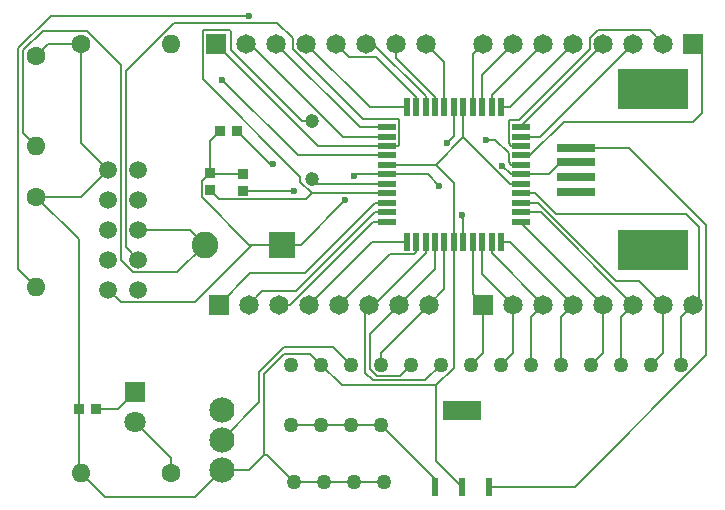
<source format=gbr>
%TF.GenerationSoftware,KiCad,Pcbnew,8.0.4*%
%TF.CreationDate,2024-08-01T20:05:25+05:30*%
%TF.ProjectId,Atmega32,41746d65-6761-4333-922e-6b696361645f,rev?*%
%TF.SameCoordinates,Original*%
%TF.FileFunction,Copper,L1,Top*%
%TF.FilePolarity,Positive*%
%FSLAX46Y46*%
G04 Gerber Fmt 4.6, Leading zero omitted, Abs format (unit mm)*
G04 Created by KiCad (PCBNEW 8.0.4) date 2024-08-01 20:05:25*
%MOMM*%
%LPD*%
G01*
G04 APERTURE LIST*
%TA.AperFunction,EtchedComponent*%
%ADD10C,0.000000*%
%TD*%
%TA.AperFunction,ComponentPad*%
%ADD11C,1.498600*%
%TD*%
%TA.AperFunction,SMDPad,CuDef*%
%ADD12R,0.863600X0.812800*%
%TD*%
%TA.AperFunction,ComponentPad*%
%ADD13R,1.651000X1.651000*%
%TD*%
%TA.AperFunction,ComponentPad*%
%ADD14C,1.651000*%
%TD*%
%TA.AperFunction,ComponentPad*%
%ADD15C,2.133600*%
%TD*%
%TA.AperFunction,ComponentPad*%
%ADD16R,1.800000X1.800000*%
%TD*%
%TA.AperFunction,ComponentPad*%
%ADD17C,1.800000*%
%TD*%
%TA.AperFunction,ComponentPad*%
%ADD18C,1.600000*%
%TD*%
%TA.AperFunction,ComponentPad*%
%ADD19O,1.600000X1.600000*%
%TD*%
%TA.AperFunction,SMDPad,CuDef*%
%ADD20R,0.812800X0.863600*%
%TD*%
%TA.AperFunction,ComponentPad*%
%ADD21R,2.250000X2.250000*%
%TD*%
%TA.AperFunction,ComponentPad*%
%ADD22C,2.250000*%
%TD*%
%TA.AperFunction,ComponentPad*%
%ADD23C,1.270000*%
%TD*%
%TA.AperFunction,SMDPad,CuDef*%
%ADD24R,0.609600X1.549400*%
%TD*%
%TA.AperFunction,SMDPad,CuDef*%
%ADD25R,3.300000X0.800000*%
%TD*%
%TA.AperFunction,SMDPad,CuDef*%
%ADD26R,6.040000X3.400000*%
%TD*%
%TA.AperFunction,ComponentPad*%
%ADD27C,1.193800*%
%TD*%
%TA.AperFunction,SMDPad,CuDef*%
%ADD28R,1.500000X0.550000*%
%TD*%
%TA.AperFunction,SMDPad,CuDef*%
%ADD29R,0.550000X1.500000*%
%TD*%
%TA.AperFunction,ViaPad*%
%ADD30C,0.600000*%
%TD*%
%TA.AperFunction,Conductor*%
%ADD31C,0.200000*%
%TD*%
G04 APERTURE END LIST*
D10*
%TA.AperFunction,EtchedComponent*%
%TO.C,U2*%
G36*
X173075600Y-73240900D02*
G01*
X169824400Y-73240900D01*
X169824400Y-71691500D01*
X173075600Y-71691500D01*
X173075600Y-73240900D01*
G37*
%TD.AperFunction*%
%TD*%
D11*
%TO.P,prog1,1,1*%
%TO.N,/MOSI*%
X144018000Y-52070000D03*
%TO.P,prog1,2,2*%
%TO.N,+5*%
X141478000Y-52070000D03*
%TO.P,prog1,3,3*%
%TO.N,unconnected-(prog1-Pad3)*%
X144018000Y-54610000D03*
%TO.P,prog1,4,4*%
%TO.N,GND*%
X141478000Y-54610000D03*
%TO.P,prog1,5,5*%
%TO.N,/RESET*%
X144018000Y-57150000D03*
%TO.P,prog1,6,6*%
%TO.N,GND*%
X141478000Y-57150000D03*
%TO.P,prog1,7,7*%
%TO.N,/SCK*%
X144018000Y-59690000D03*
%TO.P,prog1,8,8*%
%TO.N,GND*%
X141478000Y-59690000D03*
%TO.P,prog1,9,9*%
%TO.N,/MISO*%
X144018000Y-62230000D03*
%TO.P,prog1,10,10*%
%TO.N,GND*%
X141478000Y-62230000D03*
%TD*%
D12*
%TO.P,C3,1,1*%
%TO.N,GND*%
X150952200Y-48768000D03*
%TO.P,C3,2,2*%
%TO.N,Net-(U1-AREF)*%
X152400000Y-48768000D03*
%TD*%
D13*
%TO.P,PA1,1,1*%
%TO.N,Net-(U1-PA7_(ADC7))*%
X191008000Y-41402000D03*
D14*
%TO.P,PA1,2,2*%
%TO.N,Net-(U1-PA6_(ADC6))*%
X188468000Y-41402000D03*
%TO.P,PA1,3,3*%
%TO.N,Net-(U1-PA5_(ADC5))*%
X185928000Y-41402000D03*
%TO.P,PA1,4,4*%
%TO.N,Net-(U1-PA4_(ADC4))*%
X183388000Y-41402000D03*
%TO.P,PA1,5,5*%
%TO.N,Net-(U1-PA3_(ADC3))*%
X180848000Y-41402000D03*
%TO.P,PA1,6,6*%
%TO.N,Net-(U1-PA2_(ADC2))*%
X178308000Y-41402000D03*
%TO.P,PA1,7,7*%
%TO.N,Net-(U1-PA1_(ADC1))*%
X175768000Y-41402000D03*
%TO.P,PA1,8,8*%
%TO.N,Net-(U1-PA0_(ADC0))*%
X173228000Y-41402000D03*
%TD*%
D15*
%TO.P,R3,1,CCW*%
%TO.N,GND*%
X151130000Y-72390000D03*
%TO.P,R3,2,WIPER*%
%TO.N,Net-(R3-WIPER)*%
X151130000Y-74930000D03*
%TO.P,R3,3,CW*%
%TO.N,+5*%
X151130000Y-77470000D03*
%TD*%
D16*
%TO.P,D1,1,C*%
%TO.N,GND*%
X143764000Y-70866000D03*
D17*
%TO.P,D1,2,A*%
%TO.N,Net-(D1-A)*%
X143764000Y-73406000D03*
%TD*%
D13*
%TO.P,PD1,1,1*%
%TO.N,Net-(U1-PD0_(RXD))*%
X150876000Y-63500000D03*
D14*
%TO.P,PD1,2,2*%
%TO.N,Net-(U1-PD1_(TXD))*%
X153416000Y-63500000D03*
%TO.P,PD1,3,3*%
%TO.N,Net-(U1-PD2_(INT0))*%
X155956000Y-63500000D03*
%TO.P,PD1,4,4*%
%TO.N,Net-(U1-PD3_(INT1))*%
X158496000Y-63500000D03*
%TO.P,PD1,5,5*%
%TO.N,Net-(U1-PD4_(OC1B))*%
X161036000Y-63500000D03*
%TO.P,PD1,6,6*%
%TO.N,/EN*%
X163576000Y-63500000D03*
%TO.P,PD1,7,7*%
%TO.N,/RW*%
X166116000Y-63500000D03*
%TO.P,PD1,8,8*%
%TO.N,/RS*%
X168656000Y-63500000D03*
%TD*%
D18*
%TO.P,R1,1,1*%
%TO.N,+5*%
X135382000Y-42418000D03*
D19*
%TO.P,R1,2,2*%
%TO.N,/RESET*%
X135382000Y-50038000D03*
%TD*%
D20*
%TO.P,C1,1,1*%
%TO.N,Net-(U1-XTAL1)*%
X150114000Y-53809900D03*
%TO.P,C1,2,2*%
%TO.N,GND*%
X150114000Y-52362100D03*
%TD*%
D21*
%TO.P,SW1,1,1*%
%TO.N,GND*%
X156158000Y-58420000D03*
D22*
%TO.P,SW1,2,2*%
%TO.N,/RESET*%
X149658000Y-58420000D03*
%TD*%
D20*
%TO.P,C2,1,1*%
%TO.N,Net-(U1-XTAL2)*%
X152908000Y-53848000D03*
%TO.P,C2,2,2*%
%TO.N,GND*%
X152908000Y-52400200D03*
%TD*%
D13*
%TO.P,PC1,1,1*%
%TO.N,/DO*%
X173228000Y-63500000D03*
D14*
%TO.P,PC1,2,2*%
%TO.N,/D1*%
X175768000Y-63500000D03*
%TO.P,PC1,3,3*%
%TO.N,/D2*%
X178308000Y-63500000D03*
%TO.P,PC1,4,4*%
%TO.N,/D3*%
X180848000Y-63500000D03*
%TO.P,PC1,5,5*%
%TO.N,/D4*%
X183388000Y-63500000D03*
%TO.P,PC1,6,6*%
%TO.N,/D5*%
X185928000Y-63500000D03*
%TO.P,PC1,7,7*%
%TO.N,/D6*%
X188468000Y-63500000D03*
%TO.P,PC1,8,8*%
%TO.N,/D7*%
X191008000Y-63500000D03*
%TD*%
D23*
%TO.P,lcd1,1,1*%
%TO.N,GND*%
X156972000Y-68580000D03*
%TO.P,lcd1,2,2*%
%TO.N,+5*%
X159512000Y-68580000D03*
%TO.P,lcd1,3,3*%
%TO.N,Net-(R3-WIPER)*%
X162052000Y-68580000D03*
%TO.P,lcd1,4,4*%
%TO.N,/RS*%
X164592000Y-68580000D03*
%TO.P,lcd1,5,5*%
%TO.N,/RW*%
X167132000Y-68580000D03*
%TO.P,lcd1,6,6*%
%TO.N,/EN*%
X169672000Y-68580000D03*
%TO.P,lcd1,7,7*%
%TO.N,/DO*%
X172212000Y-68580000D03*
%TO.P,lcd1,8,8*%
%TO.N,/D1*%
X174752000Y-68580000D03*
%TO.P,lcd1,9,9*%
%TO.N,/D2*%
X177292000Y-68580000D03*
%TO.P,lcd1,10,10*%
%TO.N,/D3*%
X179832000Y-68580000D03*
%TO.P,lcd1,11,11*%
%TO.N,/D4*%
X182372000Y-68580000D03*
%TO.P,lcd1,12,12*%
%TO.N,/D5*%
X184912000Y-68580000D03*
%TO.P,lcd1,13,13*%
%TO.N,/D6*%
X187452000Y-68580000D03*
%TO.P,lcd1,14,14*%
%TO.N,/D7*%
X189992000Y-68580000D03*
%TD*%
D24*
%TO.P,U2,1,ADJ/GND*%
%TO.N,GND*%
X169151300Y-78917800D03*
%TO.P,U2,2,OUT*%
%TO.N,+5*%
X171450000Y-78917800D03*
%TO.P,U2,3,IN*%
%TO.N,Net-(U2-IN)*%
X173748700Y-78917800D03*
%TD*%
D25*
%TO.P,j1,1,VBUS*%
%TO.N,Net-(U2-IN)*%
X181064000Y-50195000D03*
%TO.P,j1,2,D-*%
%TO.N,unconnected-(j1-D--Pad2)*%
X181064000Y-52695000D03*
%TO.P,j1,3,D+*%
%TO.N,unconnected-(j1-D+-Pad3)*%
X181064000Y-53945000D03*
%TO.P,j1,4,GND*%
%TO.N,GND*%
X181064000Y-51445000D03*
D26*
%TO.P,j1,S1*%
%TO.N,N/C*%
X187634000Y-58870000D03*
%TO.P,j1,S2*%
X187634000Y-45270000D03*
%TD*%
D13*
%TO.P,PB1,1,1*%
%TO.N,/SCK*%
X150622000Y-41402000D03*
D14*
%TO.P,PB1,2,2*%
%TO.N,/MISO*%
X153162000Y-41402000D03*
%TO.P,PB1,3,3*%
%TO.N,/MOSI*%
X155702000Y-41402000D03*
%TO.P,PB1,4,4*%
%TO.N,Net-(U1-PB4_(~{SS}))*%
X158242000Y-41402000D03*
%TO.P,PB1,5,5*%
%TO.N,Net-(U1-PB3_(OC0{slash}AIN1))*%
X160782000Y-41402000D03*
%TO.P,PB1,6,6*%
%TO.N,Net-(U1-PB2_(INT2{slash}AIN0))*%
X163322000Y-41402000D03*
%TO.P,PB1,7,7*%
%TO.N,Net-(U1-PB1_(T1))*%
X165862000Y-41402000D03*
%TO.P,PB1,8,8*%
%TO.N,Net-(U1-PB0_(XCK{slash}T0))*%
X168402000Y-41402000D03*
%TD*%
D18*
%TO.P,R5,1,1*%
%TO.N,+5*%
X135382000Y-54356000D03*
D19*
%TO.P,R5,2,2*%
%TO.N,/MOSI*%
X135382000Y-61976000D03*
%TD*%
D23*
%TO.P,v1,1,1*%
%TO.N,+5*%
X157226000Y-78486000D03*
%TO.P,v1,2,2*%
X159766000Y-78486000D03*
%TO.P,v1,3,3*%
X162306000Y-78486000D03*
%TO.P,v1,4,4*%
X164846000Y-78486000D03*
%TD*%
D12*
%TO.P,C5,1,1*%
%TO.N,+5*%
X138976100Y-72351900D03*
%TO.P,C5,2,2*%
%TO.N,GND*%
X140423900Y-72351900D03*
%TD*%
D27*
%TO.P,Y1,1,1*%
%TO.N,Net-(U1-XTAL2)*%
X158750000Y-52832000D03*
%TO.P,Y1,2,2*%
%TO.N,Net-(U1-XTAL1)*%
X158750000Y-47951999D03*
%TD*%
D18*
%TO.P,R4,1,1*%
%TO.N,+5*%
X139192000Y-41402000D03*
D19*
%TO.P,R4,2,2*%
%TO.N,Net-(U1-PB4_(~{SS}))*%
X146812000Y-41402000D03*
%TD*%
D28*
%TO.P,U1,1,PB5_(MOSI)*%
%TO.N,/MOSI*%
X165052000Y-48466000D03*
%TO.P,U1,2,PB6_(MISO)*%
%TO.N,/MISO*%
X165052000Y-49266000D03*
%TO.P,U1,3,PB7_(SCK)*%
%TO.N,/SCK*%
X165052000Y-50066000D03*
%TO.P,U1,4,~{RESET}*%
%TO.N,/RESET*%
X165052000Y-50866000D03*
%TO.P,U1,5,VCC*%
%TO.N,+5*%
X165052000Y-51666000D03*
%TO.P,U1,6,GND*%
%TO.N,GND*%
X165052000Y-52466000D03*
%TO.P,U1,7,XTAL2*%
%TO.N,Net-(U1-XTAL2)*%
X165052000Y-53266000D03*
%TO.P,U1,8,XTAL1*%
%TO.N,Net-(U1-XTAL1)*%
X165052000Y-54066000D03*
%TO.P,U1,9,PD0_(RXD)*%
%TO.N,Net-(U1-PD0_(RXD))*%
X165052000Y-54866000D03*
%TO.P,U1,10,PD1_(TXD)*%
%TO.N,Net-(U1-PD1_(TXD))*%
X165052000Y-55666000D03*
%TO.P,U1,11,PD2_(INT0)*%
%TO.N,Net-(U1-PD2_(INT0))*%
X165052000Y-56466000D03*
D29*
%TO.P,U1,12,PD3_(INT1)*%
%TO.N,Net-(U1-PD3_(INT1))*%
X166752000Y-58166000D03*
%TO.P,U1,13,PD4_(OC1B)*%
%TO.N,Net-(U1-PD4_(OC1B))*%
X167552000Y-58166000D03*
%TO.P,U1,14,PD5_(OC1A)*%
%TO.N,/EN*%
X168352000Y-58166000D03*
%TO.P,U1,15,PD6_(ICP1)*%
%TO.N,/RW*%
X169152000Y-58166000D03*
%TO.P,U1,16,PD7_(OC2)*%
%TO.N,/RS*%
X169952000Y-58166000D03*
%TO.P,U1,17,VCC*%
%TO.N,+5*%
X170752000Y-58166000D03*
%TO.P,U1,18,GND*%
%TO.N,GND*%
X171552000Y-58166000D03*
%TO.P,U1,19,PC0_(SCL)*%
%TO.N,/DO*%
X172352000Y-58166000D03*
%TO.P,U1,20,PC1_(SDA)*%
%TO.N,/D1*%
X173152000Y-58166000D03*
%TO.P,U1,21,PC2_(TCK)*%
%TO.N,/D2*%
X173952000Y-58166000D03*
%TO.P,U1,22,PC3_(TMS)*%
%TO.N,/D3*%
X174752000Y-58166000D03*
D28*
%TO.P,U1,23,PC4_(TDO)*%
%TO.N,/D4*%
X176452000Y-56466000D03*
%TO.P,U1,24,PC5_(TDI)*%
%TO.N,/D5*%
X176452000Y-55666000D03*
%TO.P,U1,25,PC6_(TOSC1)*%
%TO.N,/D6*%
X176452000Y-54866000D03*
%TO.P,U1,26,PC7_(TOSC2)*%
%TO.N,/D7*%
X176452000Y-54066000D03*
%TO.P,U1,27,AVCC*%
%TO.N,+5*%
X176452000Y-53266000D03*
%TO.P,U1,28,GND*%
%TO.N,GND*%
X176452000Y-52466000D03*
%TO.P,U1,29,AREF*%
%TO.N,Net-(U1-AREF)*%
X176452000Y-51666000D03*
%TO.P,U1,30,PA7_(ADC7)*%
%TO.N,Net-(U1-PA7_(ADC7))*%
X176452000Y-50866000D03*
%TO.P,U1,31,PA6_(ADC6)*%
%TO.N,Net-(U1-PA6_(ADC6))*%
X176452000Y-50066000D03*
%TO.P,U1,32,PA5_(ADC5)*%
%TO.N,Net-(U1-PA5_(ADC5))*%
X176452000Y-49266000D03*
%TO.P,U1,33,PA4_(ADC4)*%
%TO.N,Net-(U1-PA4_(ADC4))*%
X176452000Y-48466000D03*
D29*
%TO.P,U1,34,PA3_(ADC3)*%
%TO.N,Net-(U1-PA3_(ADC3))*%
X174752000Y-46766000D03*
%TO.P,U1,35,PA2_(ADC2)*%
%TO.N,Net-(U1-PA2_(ADC2))*%
X173952000Y-46766000D03*
%TO.P,U1,36,PA1_(ADC1)*%
%TO.N,Net-(U1-PA1_(ADC1))*%
X173152000Y-46766000D03*
%TO.P,U1,37,PA0_(ADC0)*%
%TO.N,Net-(U1-PA0_(ADC0))*%
X172352000Y-46766000D03*
%TO.P,U1,38,VCC*%
%TO.N,+5*%
X171552000Y-46766000D03*
%TO.P,U1,39,GND*%
%TO.N,GND*%
X170752000Y-46766000D03*
%TO.P,U1,40,PB0_(XCK/T0)*%
%TO.N,Net-(U1-PB0_(XCK{slash}T0))*%
X169952000Y-46766000D03*
%TO.P,U1,41,PB1_(T1)*%
%TO.N,Net-(U1-PB1_(T1))*%
X169152000Y-46766000D03*
%TO.P,U1,42,PB2_(INT2/AIN0)*%
%TO.N,Net-(U1-PB2_(INT2{slash}AIN0))*%
X168352000Y-46766000D03*
%TO.P,U1,43,PB3_(OC0/AIN1)*%
%TO.N,Net-(U1-PB3_(OC0{slash}AIN1))*%
X167552000Y-46766000D03*
%TO.P,U1,44,PB4_(~{SS})*%
%TO.N,Net-(U1-PB4_(~{SS}))*%
X166752000Y-46766000D03*
%TD*%
D23*
%TO.P,g1,1,1*%
%TO.N,GND*%
X156972000Y-73660000D03*
%TO.P,g1,2,2*%
X159512000Y-73660000D03*
%TO.P,g1,3,3*%
X162052000Y-73660000D03*
%TO.P,g1,4,4*%
X164592000Y-73660000D03*
%TD*%
D18*
%TO.P,R2,1,1*%
%TO.N,Net-(D1-A)*%
X146812000Y-77724000D03*
D19*
%TO.P,R2,2,2*%
%TO.N,+5*%
X139192000Y-77724000D03*
%TD*%
D30*
%TO.N,/RESET*%
X151130000Y-44450000D03*
%TO.N,/MOSI*%
X153416000Y-39024000D03*
%TO.N,GND*%
X171450000Y-55880000D03*
X169531000Y-53481000D03*
X162306000Y-52578000D03*
X161544000Y-54666000D03*
X174826265Y-51741735D03*
X170180000Y-49784000D03*
%TO.N,Net-(U1-XTAL2)*%
X157226000Y-53848000D03*
%TO.N,Net-(U1-AREF)*%
X173482000Y-49530000D03*
X155448000Y-51562000D03*
%TD*%
D31*
%TO.N,/RESET*%
X135382000Y-50038000D02*
X134282000Y-48938000D01*
X142568700Y-59724635D02*
X143583365Y-60739300D01*
X134282000Y-48938000D02*
X134282000Y-41962365D01*
X144018000Y-57150000D02*
X148388000Y-57150000D01*
X134282000Y-41962365D02*
X135942365Y-40302000D01*
X139647635Y-40302000D02*
X142568700Y-43223065D01*
X147338700Y-60739300D02*
X149658000Y-58420000D01*
X148388000Y-57150000D02*
X149658000Y-58420000D01*
X143583365Y-60739300D02*
X147338700Y-60739300D01*
X157546000Y-50866000D02*
X151130000Y-44450000D01*
X135942365Y-40302000D02*
X139647635Y-40302000D01*
X142568700Y-43223065D02*
X142568700Y-59724635D01*
X165052000Y-50866000D02*
X157546000Y-50866000D01*
%TO.N,+5*%
X169259290Y-76727090D02*
X169259290Y-70315000D01*
X154686000Y-76200000D02*
X154940000Y-76200000D01*
X157226000Y-78486000D02*
X156972000Y-78486000D01*
X139192000Y-49784000D02*
X141478000Y-52070000D01*
X169259290Y-70315000D02*
X170752000Y-68822290D01*
X171552000Y-49316000D02*
X175502000Y-53266000D01*
X170752000Y-58166000D02*
X170752000Y-53216000D01*
X135382000Y-54356000D02*
X139192000Y-54356000D01*
X139192000Y-41402000D02*
X139192000Y-49784000D01*
X139192000Y-41402000D02*
X136398000Y-41402000D01*
X148844000Y-79756000D02*
X151130000Y-77470000D01*
X171552000Y-46766000D02*
X171552000Y-49316000D01*
X138976100Y-72351900D02*
X138976100Y-57950100D01*
X154686000Y-69342000D02*
X154686000Y-76200000D01*
X138976100Y-57950100D02*
X135382000Y-54356000D01*
X157226000Y-78486000D02*
X159766000Y-78486000D01*
X161247000Y-70315000D02*
X169259290Y-70315000D01*
X156383000Y-67645000D02*
X154686000Y-69342000D01*
X165052000Y-51666000D02*
X169202000Y-51666000D01*
X175502000Y-53266000D02*
X176452000Y-53266000D01*
X162306000Y-78486000D02*
X164846000Y-78486000D01*
X139192000Y-54356000D02*
X141478000Y-52070000D01*
X139192000Y-77724000D02*
X141224000Y-79756000D01*
X159766000Y-78486000D02*
X162306000Y-78486000D01*
X136398000Y-41402000D02*
X135382000Y-42418000D01*
X138976100Y-77508100D02*
X139192000Y-77724000D01*
X154686000Y-76200000D02*
X153416000Y-77470000D01*
X158577000Y-67645000D02*
X156383000Y-67645000D01*
X153416000Y-77470000D02*
X151130000Y-77470000D01*
X159512000Y-68580000D02*
X158577000Y-67645000D01*
X159512000Y-68580000D02*
X161247000Y-70315000D01*
X169202000Y-51666000D02*
X171552000Y-49316000D01*
X171450000Y-78917800D02*
X169259290Y-76727090D01*
X170752000Y-68822290D02*
X170752000Y-58166000D01*
X138976100Y-72351900D02*
X138976100Y-77508100D01*
X154940000Y-76200000D02*
X157226000Y-78486000D01*
X170752000Y-53216000D02*
X169202000Y-51666000D01*
X141224000Y-79756000D02*
X148844000Y-79756000D01*
%TO.N,Net-(D1-A)*%
X143764000Y-73406000D02*
X146812000Y-76454000D01*
X146812000Y-76454000D02*
X146812000Y-77724000D01*
%TO.N,Net-(U1-PB4_(~{SS}))*%
X163606000Y-46766000D02*
X158242000Y-41402000D01*
X166752000Y-46766000D02*
X163606000Y-46766000D01*
%TO.N,/MOSI*%
X133882000Y-60476000D02*
X133882000Y-41796679D01*
X162766000Y-48466000D02*
X165052000Y-48466000D01*
X144018000Y-52070000D02*
X144272000Y-52070000D01*
X155702000Y-41402000D02*
X162766000Y-48466000D01*
X135382000Y-61976000D02*
X133882000Y-60476000D01*
X133882000Y-41796679D02*
X136654679Y-39024000D01*
X136654679Y-39024000D02*
X153416000Y-39024000D01*
%TO.N,GND*%
X171450000Y-56134000D02*
X171552000Y-56236000D01*
X162418000Y-52466000D02*
X165052000Y-52466000D01*
X150114000Y-49606200D02*
X150952200Y-48768000D01*
X156972000Y-73660000D02*
X159512000Y-73660000D01*
X150114000Y-52362100D02*
X150114000Y-49606200D01*
X150114000Y-52362100D02*
X150329900Y-52362100D01*
X168516000Y-52466000D02*
X165052000Y-52466000D01*
X140423900Y-72351900D02*
X142278100Y-72351900D01*
X175550530Y-52466000D02*
X176452000Y-52466000D01*
X142278100Y-72351900D02*
X143764000Y-70866000D01*
X148810700Y-63279300D02*
X153670000Y-58420000D01*
X153670000Y-58420000D02*
X156158000Y-58420000D01*
X150368000Y-52400200D02*
X152908000Y-52400200D01*
X159512000Y-73660000D02*
X162052000Y-73660000D01*
X162052000Y-73660000D02*
X164592000Y-73660000D01*
X170752000Y-49212000D02*
X170180000Y-49784000D01*
X176452000Y-52466000D02*
X178793000Y-52466000D01*
X150114000Y-52362100D02*
X150075900Y-52362100D01*
X149407600Y-53030400D02*
X149407600Y-54411600D01*
X164592000Y-73660000D02*
X169151300Y-78219300D01*
X178793000Y-52466000D02*
X179814000Y-51445000D01*
X162306000Y-52578000D02*
X162418000Y-52466000D01*
X169151300Y-78219300D02*
X169151300Y-78917800D01*
X174826265Y-51741735D02*
X175550530Y-52466000D01*
X153416000Y-58420000D02*
X156158000Y-58420000D01*
X150329900Y-52362100D02*
X150368000Y-52400200D01*
X150075900Y-52362100D02*
X149407600Y-53030400D01*
X157790000Y-58420000D02*
X161544000Y-54666000D01*
X169531000Y-53481000D02*
X168516000Y-52466000D01*
X171552000Y-56236000D02*
X171552000Y-58166000D01*
X179814000Y-51445000D02*
X181064000Y-51445000D01*
X170752000Y-46766000D02*
X170752000Y-49212000D01*
X156158000Y-58420000D02*
X157790000Y-58420000D01*
X141478000Y-62230000D02*
X142527300Y-63279300D01*
X142527300Y-63279300D02*
X148810700Y-63279300D01*
X149407600Y-54411600D02*
X153416000Y-58420000D01*
X171450000Y-55880000D02*
X171450000Y-56134000D01*
%TO.N,/EN*%
X163895000Y-69915000D02*
X168337000Y-69915000D01*
X168337000Y-69915000D02*
X169672000Y-68580000D01*
X163257000Y-63819000D02*
X163257000Y-69277000D01*
X163576000Y-63500000D02*
X163257000Y-63819000D01*
X163576000Y-63500000D02*
X163968000Y-63500000D01*
X168352000Y-59116000D02*
X168352000Y-58166000D01*
X163968000Y-63500000D02*
X168352000Y-59116000D01*
X163257000Y-69277000D02*
X163895000Y-69915000D01*
%TO.N,/D2*%
X177292000Y-64516000D02*
X177292000Y-68580000D01*
X178308000Y-63500000D02*
X173952000Y-59144000D01*
X178308000Y-63500000D02*
X177292000Y-64516000D01*
X173952000Y-59144000D02*
X173952000Y-58166000D01*
%TO.N,/D6*%
X188468000Y-63500000D02*
X188468000Y-67564000D01*
X177859686Y-54866000D02*
X176452000Y-54866000D01*
X188468000Y-67564000D02*
X187452000Y-68580000D01*
X188468000Y-63500000D02*
X186436000Y-61468000D01*
X186436000Y-61468000D02*
X184461686Y-61468000D01*
X184461686Y-61468000D02*
X177859686Y-54866000D01*
%TO.N,Net-(U1-PD3_(INT1))*%
X158496000Y-63500000D02*
X163830000Y-58166000D01*
X163830000Y-58166000D02*
X166752000Y-58166000D01*
%TO.N,/D7*%
X191516000Y-56896000D02*
X190440000Y-55820000D01*
X191008000Y-63500000D02*
X189992000Y-64516000D01*
X179379372Y-55820000D02*
X177625372Y-54066000D01*
X177625372Y-54066000D02*
X176452000Y-54066000D01*
X191516000Y-62992000D02*
X191516000Y-56896000D01*
X191008000Y-63500000D02*
X191516000Y-62992000D01*
X190440000Y-55820000D02*
X179379372Y-55820000D01*
X189992000Y-64516000D02*
X189992000Y-68580000D01*
%TO.N,Net-(U1-PD2_(INT0))*%
X163867685Y-56466000D02*
X165052000Y-56466000D01*
X156833685Y-63500000D02*
X163867685Y-56466000D01*
X155956000Y-63500000D02*
X156833685Y-63500000D01*
%TO.N,Net-(U1-PB1_(T1))*%
X169152000Y-46766000D02*
X169152000Y-45941000D01*
X165862000Y-42651000D02*
X165862000Y-41402000D01*
X169152000Y-45941000D02*
X165862000Y-42651000D01*
%TO.N,/D5*%
X185928000Y-63500000D02*
X178094000Y-55666000D01*
X184912000Y-64516000D02*
X184912000Y-68580000D01*
X185928000Y-63500000D02*
X184912000Y-64516000D01*
X178094000Y-55666000D02*
X176452000Y-55666000D01*
%TO.N,Net-(U1-PA5_(ADC5))*%
X178064000Y-49266000D02*
X185928000Y-41402000D01*
X176452000Y-49266000D02*
X178064000Y-49266000D01*
%TO.N,Net-(U1-PA3_(ADC3))*%
X175484000Y-46766000D02*
X180848000Y-41402000D01*
X174752000Y-46766000D02*
X175484000Y-46766000D01*
%TO.N,/D4*%
X176452000Y-56564000D02*
X176452000Y-56466000D01*
X183388000Y-67564000D02*
X182372000Y-68580000D01*
X183388000Y-63500000D02*
X176452000Y-56564000D01*
X183388000Y-63500000D02*
X183388000Y-67564000D01*
%TO.N,Net-(U1-PB3_(OC0{slash}AIN1))*%
X167552000Y-45941000D02*
X164138500Y-42527500D01*
X167552000Y-46766000D02*
X167552000Y-45941000D01*
X161907500Y-42527500D02*
X160782000Y-41402000D01*
X164138500Y-42527500D02*
X161907500Y-42527500D01*
%TO.N,Net-(U1-PB0_(XCK{slash}T0))*%
X169952000Y-46766000D02*
X169952000Y-42952000D01*
X169952000Y-42952000D02*
X168402000Y-41402000D01*
%TO.N,/D3*%
X180848000Y-63500000D02*
X179832000Y-64516000D01*
X180848000Y-63500000D02*
X175514000Y-58166000D01*
X179832000Y-64516000D02*
X179832000Y-68580000D01*
X175514000Y-58166000D02*
X174752000Y-58166000D01*
%TO.N,Net-(U1-PD4_(OC1B))*%
X167352000Y-59216000D02*
X167552000Y-59016000D01*
X165320000Y-59216000D02*
X167352000Y-59216000D01*
X167552000Y-59016000D02*
X167552000Y-58166000D01*
X161036000Y-63500000D02*
X165320000Y-59216000D01*
%TO.N,/RS*%
X164592000Y-67564000D02*
X164592000Y-68580000D01*
X169952000Y-62204000D02*
X169952000Y-58166000D01*
X168656000Y-63500000D02*
X164592000Y-67564000D01*
X168656000Y-63500000D02*
X169952000Y-62204000D01*
%TO.N,Net-(U1-PB2_(INT2{slash}AIN0))*%
X163938000Y-41402000D02*
X163322000Y-41402000D01*
X168352000Y-46766000D02*
X168352000Y-45816000D01*
X168352000Y-45816000D02*
X163938000Y-41402000D01*
%TO.N,Net-(U1-PA0_(ADC0))*%
X172352000Y-42278000D02*
X173228000Y-41402000D01*
X172352000Y-46766000D02*
X172352000Y-42278000D01*
%TO.N,/MISO*%
X153468410Y-41402000D02*
X161332410Y-49266000D01*
X153162000Y-41402000D02*
X153468410Y-41402000D01*
X161332410Y-49266000D02*
X165052000Y-49266000D01*
%TO.N,/DO*%
X173228000Y-63500000D02*
X172352000Y-62624000D01*
X173228000Y-67564000D02*
X172212000Y-68580000D01*
X173228000Y-63500000D02*
X173228000Y-67564000D01*
X172352000Y-62624000D02*
X172352000Y-58166000D01*
%TO.N,/SCK*%
X163064302Y-47816000D02*
X166027000Y-47816000D01*
X144018000Y-59690000D02*
X142968700Y-58640700D01*
X150622000Y-41402000D02*
X159286000Y-50066000D01*
X159286000Y-50066000D02*
X165052000Y-50066000D01*
X166002000Y-50066000D02*
X165052000Y-50066000D01*
X147034365Y-39624000D02*
X155804698Y-39624000D01*
X157116500Y-41868198D02*
X163064302Y-47816000D01*
X142968700Y-43689665D02*
X147034365Y-39624000D01*
X166102000Y-49966000D02*
X166002000Y-50066000D01*
X142968700Y-58640700D02*
X142968700Y-43689665D01*
X155804698Y-39624000D02*
X157116500Y-40935802D01*
X166102000Y-47891000D02*
X166102000Y-49966000D01*
X157116500Y-40935802D02*
X157116500Y-41868198D01*
X166027000Y-47816000D02*
X166102000Y-47891000D01*
%TO.N,Net-(U1-XTAL2)*%
X158750000Y-52832000D02*
X159184000Y-53266000D01*
X159184000Y-53266000D02*
X165052000Y-53266000D01*
X152908000Y-53848000D02*
X157226000Y-53848000D01*
%TO.N,Net-(U1-PD1_(TXD))*%
X157393500Y-62374500D02*
X164102000Y-55666000D01*
X153416000Y-63500000D02*
X154541500Y-62374500D01*
X164102000Y-55666000D02*
X165052000Y-55666000D01*
X154541500Y-62374500D02*
X157393500Y-62374500D01*
%TO.N,/D1*%
X175768000Y-63500000D02*
X175768000Y-67564000D01*
X175768000Y-63500000D02*
X173152000Y-60884000D01*
X173152000Y-60884000D02*
X173152000Y-58166000D01*
X175768000Y-67564000D02*
X174752000Y-68580000D01*
%TO.N,Net-(U1-AREF)*%
X173482000Y-49530000D02*
X174244000Y-49530000D01*
X175402000Y-50688000D02*
X175402000Y-51441000D01*
X174244000Y-49530000D02*
X175402000Y-50688000D01*
X155194000Y-51562000D02*
X155448000Y-51562000D01*
X152400000Y-48768000D02*
X155194000Y-51562000D01*
X175627000Y-51666000D02*
X176452000Y-51666000D01*
X175402000Y-51441000D02*
X175627000Y-51666000D01*
%TO.N,Net-(U1-XTAL1)*%
X149496500Y-44426300D02*
X157734000Y-52663800D01*
X157905856Y-47951999D02*
X151892000Y-41938143D01*
X150883900Y-54579800D02*
X158201791Y-54579800D01*
X151892000Y-41938143D02*
X151892000Y-40386000D01*
X157734000Y-52663800D02*
X157734000Y-53084409D01*
X158201791Y-54579800D02*
X158715591Y-54066000D01*
X151892000Y-40386000D02*
X151782500Y-40276500D01*
X150114000Y-53809900D02*
X150883900Y-54579800D01*
X149496500Y-40276500D02*
X149496500Y-44426300D01*
X157734000Y-53084409D02*
X158715591Y-54066000D01*
X158715591Y-54066000D02*
X165052000Y-54066000D01*
X151782500Y-40276500D02*
X149496500Y-40276500D01*
X158750000Y-47951999D02*
X157905856Y-47951999D01*
%TO.N,Net-(U1-PA6_(ADC6))*%
X182921802Y-40276500D02*
X187342500Y-40276500D01*
X175402000Y-47891000D02*
X176239698Y-47891000D01*
X187342500Y-40276500D02*
X188468000Y-41402000D01*
X175402000Y-49841000D02*
X175402000Y-47891000D01*
X175627000Y-50066000D02*
X175402000Y-49841000D01*
X182262500Y-40935802D02*
X182921802Y-40276500D01*
X182262500Y-41868198D02*
X182262500Y-40935802D01*
X176239698Y-47891000D02*
X182262500Y-41868198D01*
X176452000Y-50066000D02*
X175627000Y-50066000D01*
%TO.N,Net-(U1-PA2_(ADC2))*%
X173952000Y-45758000D02*
X178308000Y-41402000D01*
X173952000Y-46766000D02*
X173952000Y-45758000D01*
%TO.N,/RW*%
X163657000Y-68967290D02*
X164204710Y-69515000D01*
X166116000Y-63500000D02*
X163657000Y-65959000D01*
X166197000Y-69515000D02*
X167132000Y-68580000D01*
X164204710Y-69515000D02*
X166197000Y-69515000D01*
X166116000Y-63500000D02*
X169152000Y-60464000D01*
X163657000Y-65959000D02*
X163657000Y-68967290D01*
X169152000Y-60464000D02*
X169152000Y-58166000D01*
%TO.N,Net-(U1-PA1_(ADC1))*%
X173152000Y-44018000D02*
X175768000Y-41402000D01*
X173152000Y-46766000D02*
X173152000Y-44018000D01*
%TO.N,Net-(U1-PD0_(RXD))*%
X153524000Y-60852000D02*
X158116000Y-60852000D01*
X164102000Y-54866000D02*
X165052000Y-54866000D01*
X158116000Y-60852000D02*
X164102000Y-54866000D01*
X150876000Y-63500000D02*
X153524000Y-60852000D01*
%TO.N,Net-(U1-PA7_(ADC7))*%
X191770000Y-47244000D02*
X191008000Y-48006000D01*
X191770000Y-42164000D02*
X191770000Y-47244000D01*
X177226000Y-50866000D02*
X176452000Y-50866000D01*
X191008000Y-41402000D02*
X191770000Y-42164000D01*
X191008000Y-48006000D02*
X180086000Y-48006000D01*
X180086000Y-48006000D02*
X177226000Y-50866000D01*
%TO.N,Net-(U1-PA4_(ADC4))*%
X176452000Y-48338000D02*
X183388000Y-41402000D01*
X176452000Y-48466000D02*
X176452000Y-48338000D01*
%TO.N,Net-(U2-IN)*%
X192133500Y-56751500D02*
X185577000Y-50195000D01*
X192133500Y-67760790D02*
X192133500Y-56751500D01*
X180976490Y-78917800D02*
X192133500Y-67760790D01*
X185577000Y-50195000D02*
X181064000Y-50195000D01*
X173748700Y-78917800D02*
X180976490Y-78917800D01*
%TO.N,Net-(R3-WIPER)*%
X151638000Y-74676000D02*
X151671300Y-74709300D01*
X154286000Y-71774000D02*
X154286000Y-69176314D01*
X151130000Y-74930000D02*
X154286000Y-71774000D01*
X160528000Y-67056000D02*
X162052000Y-68580000D01*
X156406314Y-67056000D02*
X160528000Y-67056000D01*
X154286000Y-69176314D02*
X156406314Y-67056000D01*
%TD*%
M02*

</source>
